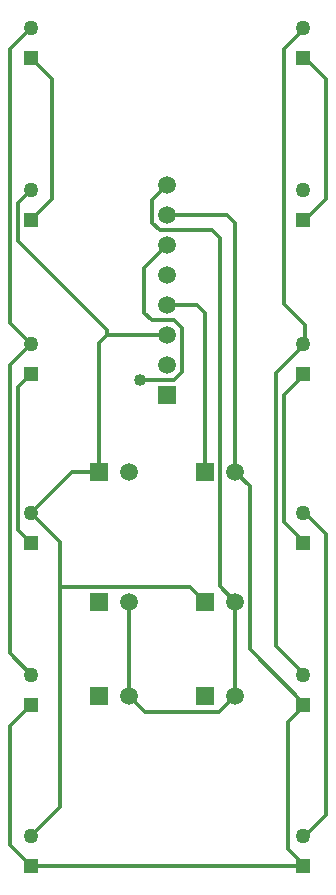
<source format=gbr>
G04 DipTrace 2.4.0.2*
%INBottom.gbr*%
%MOIN*%
%ADD13C,0.013*%
%ADD14R,0.0591X0.0591*%
%ADD15C,0.0591*%
%ADD16C,0.05*%
%ADD17R,0.05X0.05*%
%ADD18C,0.04*%
%FSLAX44Y44*%
G04*
G70*
G90*
G75*
G01*
%LNBottom*%
%LPD*%
X15689Y27427D2*
D13*
X15776D1*
X16480Y28132D1*
Y32108D1*
X15776Y32813D1*
X15689D1*
X6634Y27427D2*
X7338Y28132D1*
Y32108D1*
X6634Y32813D1*
X10276Y22098D2*
X11391D1*
X11651Y22358D1*
Y23819D1*
X11391Y24079D1*
X10671D1*
X10411Y24338D1*
Y25838D1*
X11161Y26588D1*
X6634Y22301D2*
X6189Y21856D1*
Y17100D1*
X6634Y16655D1*
X15689Y22301D2*
X15776D1*
X15071Y21596D1*
Y17360D1*
X15776Y16655D1*
X15689D1*
X6634Y11269D2*
X5929Y10565D1*
Y6588D1*
X6634Y5884D1*
X13433Y19033D2*
Y27329D1*
X13173Y27588D1*
X11161D1*
X15689Y11269D2*
X15776D1*
X13923Y13122D1*
Y18543D1*
X13433Y19033D1*
X15689Y5884D2*
X15776D1*
X15196Y6464D1*
Y10690D1*
X15776Y11269D1*
X6634Y5884D2*
X15689D1*
X9889Y14703D2*
Y11553D1*
X13433Y14703D2*
X12923Y15212D1*
Y26819D1*
X12663Y27079D1*
X10931D1*
X10671Y27338D1*
Y28098D1*
X11161Y28588D1*
X13433Y11553D2*
Y14703D1*
X9889Y11553D2*
X10433Y11010D1*
X12889D1*
X13433Y11553D1*
X6634Y33813D2*
X5929Y33108D1*
Y24006D1*
X6634Y23301D1*
X5929Y22596D1*
Y12974D1*
X6634Y12269D1*
X15689Y33813D2*
X15776D1*
X15071Y33108D1*
Y24618D1*
X15776Y23913D1*
Y23301D1*
X15689D1*
X15776D2*
X14811Y22336D1*
Y13234D1*
X15776Y12269D1*
X15689D1*
X11161Y23588D2*
X9149D1*
Y23762D1*
X6189Y26722D1*
Y27982D1*
X6634Y28427D1*
X12433Y14703D2*
X11943Y15193D1*
X7598D1*
Y7848D1*
X6634Y6884D1*
X7598Y15193D2*
Y16691D1*
X6634Y17655D1*
X8889Y19033D2*
Y23329D1*
X9149Y23588D1*
X6634Y17655D2*
X8011Y19033D1*
X8889D1*
X11161Y24588D2*
X12173D1*
X12433Y24329D1*
Y19033D1*
X15689Y17655D2*
X15776D1*
X16480Y16951D1*
Y7588D1*
X15776Y6884D1*
X15689D1*
D18*
X10276Y22098D3*
D14*
X11161Y21588D3*
D15*
Y22588D3*
Y23588D3*
Y24588D3*
Y25588D3*
Y26588D3*
Y27588D3*
Y28588D3*
D16*
X6634Y33813D3*
D17*
Y32813D3*
D16*
X15689Y33813D3*
D17*
Y32813D3*
D16*
X6634Y28427D3*
D17*
Y27427D3*
D16*
X15689Y28427D3*
D17*
Y27427D3*
D16*
X6634Y23301D3*
D17*
Y22301D3*
D16*
X15689Y23301D3*
D17*
Y22301D3*
D16*
X6634Y17655D3*
D17*
Y16655D3*
D16*
X15689Y17655D3*
D17*
Y16655D3*
D16*
X6634Y12269D3*
D17*
Y11269D3*
D16*
X15689Y12269D3*
D17*
Y11269D3*
D16*
X6634Y6884D3*
D17*
Y5884D3*
D16*
X15689Y6884D3*
D17*
Y5884D3*
D14*
X8889Y19033D3*
D15*
X9889D3*
D14*
X12433D3*
D15*
X13433D3*
D14*
X8889Y14703D3*
D15*
X9889D3*
D14*
X12433D3*
D15*
X13433D3*
D14*
X8889Y11553D3*
D15*
X9889D3*
D14*
X12433D3*
D15*
X13433D3*
M02*

</source>
